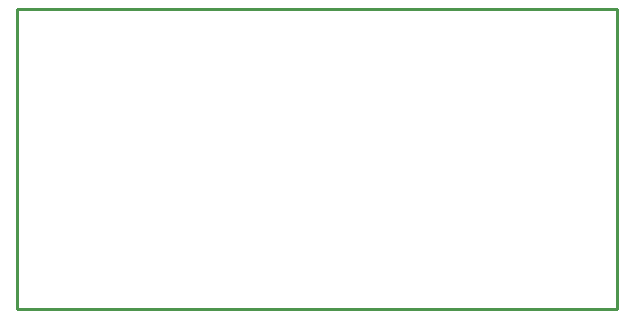
<source format=gbr>
G04 start of page 8 for group 6 idx 6 *
G04 Title: (unknown), outline *
G04 Creator: pcb 20140316 *
G04 CreationDate: Sat 19 Jun 2021 08:46:57 PM GMT UTC *
G04 For: steve *
G04 Format: Gerber/RS-274X *
G04 PCB-Dimensions (mil): 2000.00 1000.00 *
G04 PCB-Coordinate-Origin: lower left *
%MOIN*%
%FSLAX25Y25*%
%LNOUTLINE*%
%ADD44C,0.0100*%
G54D44*X0Y100000D02*Y0D01*
Y100000D02*X200000D01*
X0Y0D02*X200000D01*
Y100000D02*Y0D01*
M02*

</source>
